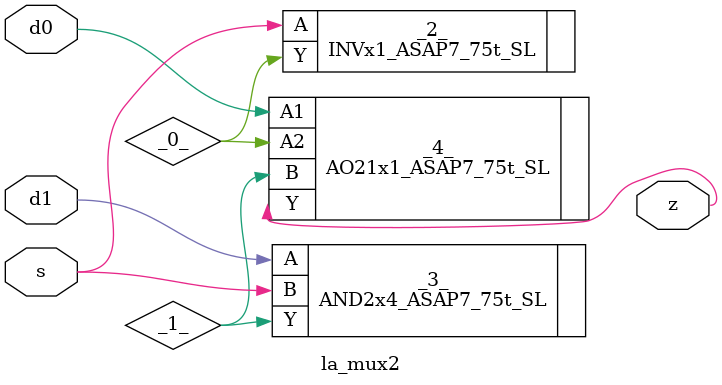
<source format=v>

/* Generated by Yosys 0.44 (git sha1 80ba43d26, g++ 11.4.0-1ubuntu1~22.04 -fPIC -O3) */

(* top =  1  *)
(* src = "inputs/la_mux2.v:10.1-21.10" *)
module la_mux2 (
    d0,
    d1,
    s,
    z
);
  wire _0_;
  wire _1_;
  (* src = "inputs/la_mux2.v:13.12-13.14" *)
  input d0;
  wire d0;
  (* src = "inputs/la_mux2.v:14.12-14.14" *)
  input d1;
  wire d1;
  (* src = "inputs/la_mux2.v:15.12-15.13" *)
  input s;
  wire s;
  (* src = "inputs/la_mux2.v:16.12-16.13" *)
  output z;
  wire z;
  INVx1_ASAP7_75t_SL _2_ (
      .A(s),
      .Y(_0_)
  );
  AND2x4_ASAP7_75t_SL _3_ (
      .A(d1),
      .B(s),
      .Y(_1_)
  );
  AO21x1_ASAP7_75t_SL _4_ (
      .A1(d0),
      .A2(_0_),
      .B (_1_),
      .Y (z)
  );
endmodule

</source>
